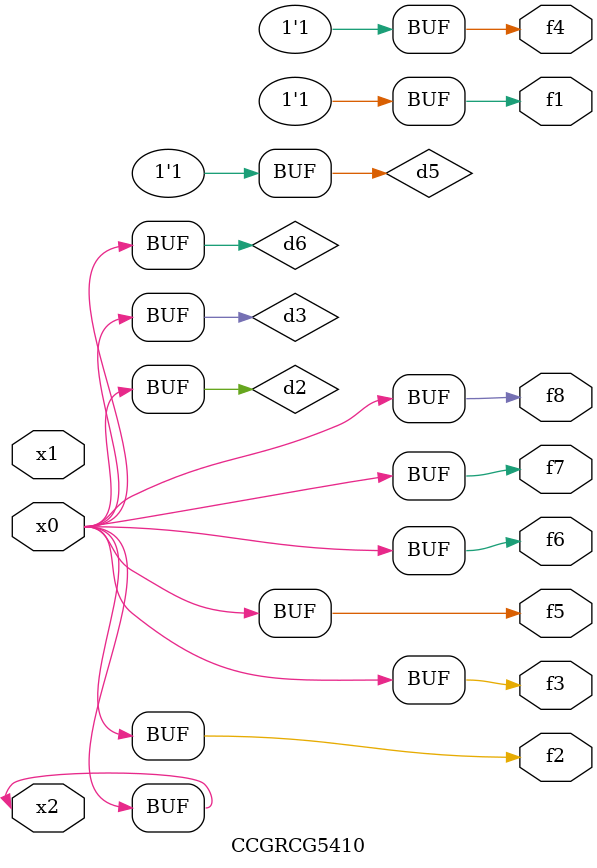
<source format=v>
module CCGRCG5410(
	input x0, x1, x2,
	output f1, f2, f3, f4, f5, f6, f7, f8
);

	wire d1, d2, d3, d4, d5, d6;

	xnor (d1, x2);
	buf (d2, x0, x2);
	and (d3, x0);
	xnor (d4, x1, x2);
	nand (d5, d1, d3);
	buf (d6, d2, d3);
	assign f1 = d5;
	assign f2 = d6;
	assign f3 = d6;
	assign f4 = d5;
	assign f5 = d6;
	assign f6 = d6;
	assign f7 = d6;
	assign f8 = d6;
endmodule

</source>
